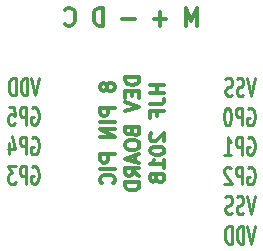
<source format=gbr>
G04 #@! TF.GenerationSoftware,KiCad,Pcbnew,(5.0.0)*
G04 #@! TF.CreationDate,2018-10-21T00:31:12-03:00*
G04 #@! TF.ProjectId,picdev8pin,7069636465763870696E2E6B69636164,rev?*
G04 #@! TF.SameCoordinates,Original*
G04 #@! TF.FileFunction,Legend,Bot*
G04 #@! TF.FilePolarity,Positive*
%FSLAX46Y46*%
G04 Gerber Fmt 4.6, Leading zero omitted, Abs format (unit mm)*
G04 Created by KiCad (PCBNEW (5.0.0)) date 10/21/18 00:31:12*
%MOMM*%
%LPD*%
G01*
G04 APERTURE LIST*
%ADD10C,0.300000*%
%ADD11C,0.250000*%
G04 APERTURE END LIST*
D10*
X106493571Y-34836571D02*
X106493571Y-33336571D01*
X106043571Y-34408000D01*
X105593571Y-33336571D01*
X105593571Y-34836571D01*
X103922142Y-34265142D02*
X102893571Y-34265142D01*
X103407857Y-34836571D02*
X103407857Y-33693714D01*
X101222142Y-34265142D02*
X100193571Y-34265142D01*
X98522142Y-34836571D02*
X98522142Y-33336571D01*
X98200714Y-33336571D01*
X98007857Y-33408000D01*
X97879285Y-33550857D01*
X97815000Y-33693714D01*
X97750714Y-33979428D01*
X97750714Y-34193714D01*
X97815000Y-34479428D01*
X97879285Y-34622285D01*
X98007857Y-34765142D01*
X98200714Y-34836571D01*
X98522142Y-34836571D01*
X95372142Y-34693714D02*
X95436428Y-34765142D01*
X95629285Y-34836571D01*
X95757857Y-34836571D01*
X95950714Y-34765142D01*
X96079285Y-34622285D01*
X96143571Y-34479428D01*
X96207857Y-34193714D01*
X96207857Y-33979428D01*
X96143571Y-33693714D01*
X96079285Y-33550857D01*
X95950714Y-33408000D01*
X95757857Y-33336571D01*
X95629285Y-33336571D01*
X95436428Y-33408000D01*
X95372142Y-33479428D01*
D11*
X93154333Y-39243571D02*
X92821000Y-40743571D01*
X92487666Y-39243571D01*
X92154333Y-40743571D02*
X92154333Y-39243571D01*
X91916238Y-39243571D01*
X91773380Y-39315000D01*
X91678142Y-39457857D01*
X91630523Y-39600714D01*
X91582904Y-39886428D01*
X91582904Y-40100714D01*
X91630523Y-40386428D01*
X91678142Y-40529285D01*
X91773380Y-40672142D01*
X91916238Y-40743571D01*
X92154333Y-40743571D01*
X91154333Y-40743571D02*
X91154333Y-39243571D01*
X90916238Y-39243571D01*
X90773380Y-39315000D01*
X90678142Y-39457857D01*
X90630523Y-39600714D01*
X90582904Y-39886428D01*
X90582904Y-40100714D01*
X90630523Y-40386428D01*
X90678142Y-40529285D01*
X90773380Y-40672142D01*
X90916238Y-40743571D01*
X91154333Y-40743571D01*
X92535285Y-41815000D02*
X92630523Y-41743571D01*
X92773380Y-41743571D01*
X92916238Y-41815000D01*
X93011476Y-41957857D01*
X93059095Y-42100714D01*
X93106714Y-42386428D01*
X93106714Y-42600714D01*
X93059095Y-42886428D01*
X93011476Y-43029285D01*
X92916238Y-43172142D01*
X92773380Y-43243571D01*
X92678142Y-43243571D01*
X92535285Y-43172142D01*
X92487666Y-43100714D01*
X92487666Y-42600714D01*
X92678142Y-42600714D01*
X92059095Y-43243571D02*
X92059095Y-41743571D01*
X91678142Y-41743571D01*
X91582904Y-41815000D01*
X91535285Y-41886428D01*
X91487666Y-42029285D01*
X91487666Y-42243571D01*
X91535285Y-42386428D01*
X91582904Y-42457857D01*
X91678142Y-42529285D01*
X92059095Y-42529285D01*
X90582904Y-41743571D02*
X91059095Y-41743571D01*
X91106714Y-42457857D01*
X91059095Y-42386428D01*
X90963857Y-42315000D01*
X90725761Y-42315000D01*
X90630523Y-42386428D01*
X90582904Y-42457857D01*
X90535285Y-42600714D01*
X90535285Y-42957857D01*
X90582904Y-43100714D01*
X90630523Y-43172142D01*
X90725761Y-43243571D01*
X90963857Y-43243571D01*
X91059095Y-43172142D01*
X91106714Y-43100714D01*
X92535285Y-44315000D02*
X92630523Y-44243571D01*
X92773380Y-44243571D01*
X92916238Y-44315000D01*
X93011476Y-44457857D01*
X93059095Y-44600714D01*
X93106714Y-44886428D01*
X93106714Y-45100714D01*
X93059095Y-45386428D01*
X93011476Y-45529285D01*
X92916238Y-45672142D01*
X92773380Y-45743571D01*
X92678142Y-45743571D01*
X92535285Y-45672142D01*
X92487666Y-45600714D01*
X92487666Y-45100714D01*
X92678142Y-45100714D01*
X92059095Y-45743571D02*
X92059095Y-44243571D01*
X91678142Y-44243571D01*
X91582904Y-44315000D01*
X91535285Y-44386428D01*
X91487666Y-44529285D01*
X91487666Y-44743571D01*
X91535285Y-44886428D01*
X91582904Y-44957857D01*
X91678142Y-45029285D01*
X92059095Y-45029285D01*
X90630523Y-44743571D02*
X90630523Y-45743571D01*
X90868619Y-44172142D02*
X91106714Y-45243571D01*
X90487666Y-45243571D01*
X92535285Y-46815000D02*
X92630523Y-46743571D01*
X92773380Y-46743571D01*
X92916238Y-46815000D01*
X93011476Y-46957857D01*
X93059095Y-47100714D01*
X93106714Y-47386428D01*
X93106714Y-47600714D01*
X93059095Y-47886428D01*
X93011476Y-48029285D01*
X92916238Y-48172142D01*
X92773380Y-48243571D01*
X92678142Y-48243571D01*
X92535285Y-48172142D01*
X92487666Y-48100714D01*
X92487666Y-47600714D01*
X92678142Y-47600714D01*
X92059095Y-48243571D02*
X92059095Y-46743571D01*
X91678142Y-46743571D01*
X91582904Y-46815000D01*
X91535285Y-46886428D01*
X91487666Y-47029285D01*
X91487666Y-47243571D01*
X91535285Y-47386428D01*
X91582904Y-47457857D01*
X91678142Y-47529285D01*
X92059095Y-47529285D01*
X91154333Y-46743571D02*
X90535285Y-46743571D01*
X90868619Y-47315000D01*
X90725761Y-47315000D01*
X90630523Y-47386428D01*
X90582904Y-47457857D01*
X90535285Y-47600714D01*
X90535285Y-47957857D01*
X90582904Y-48100714D01*
X90630523Y-48172142D01*
X90725761Y-48243571D01*
X91011476Y-48243571D01*
X91106714Y-48172142D01*
X91154333Y-48100714D01*
X111394714Y-39283571D02*
X111061380Y-40783571D01*
X110728047Y-39283571D01*
X110442333Y-40712142D02*
X110299476Y-40783571D01*
X110061380Y-40783571D01*
X109966142Y-40712142D01*
X109918523Y-40640714D01*
X109870904Y-40497857D01*
X109870904Y-40355000D01*
X109918523Y-40212142D01*
X109966142Y-40140714D01*
X110061380Y-40069285D01*
X110251857Y-39997857D01*
X110347095Y-39926428D01*
X110394714Y-39855000D01*
X110442333Y-39712142D01*
X110442333Y-39569285D01*
X110394714Y-39426428D01*
X110347095Y-39355000D01*
X110251857Y-39283571D01*
X110013761Y-39283571D01*
X109870904Y-39355000D01*
X109489952Y-40712142D02*
X109347095Y-40783571D01*
X109109000Y-40783571D01*
X109013761Y-40712142D01*
X108966142Y-40640714D01*
X108918523Y-40497857D01*
X108918523Y-40355000D01*
X108966142Y-40212142D01*
X109013761Y-40140714D01*
X109109000Y-40069285D01*
X109299476Y-39997857D01*
X109394714Y-39926428D01*
X109442333Y-39855000D01*
X109489952Y-39712142D01*
X109489952Y-39569285D01*
X109442333Y-39426428D01*
X109394714Y-39355000D01*
X109299476Y-39283571D01*
X109061380Y-39283571D01*
X108918523Y-39355000D01*
X110823285Y-41855000D02*
X110918523Y-41783571D01*
X111061380Y-41783571D01*
X111204238Y-41855000D01*
X111299476Y-41997857D01*
X111347095Y-42140714D01*
X111394714Y-42426428D01*
X111394714Y-42640714D01*
X111347095Y-42926428D01*
X111299476Y-43069285D01*
X111204238Y-43212142D01*
X111061380Y-43283571D01*
X110966142Y-43283571D01*
X110823285Y-43212142D01*
X110775666Y-43140714D01*
X110775666Y-42640714D01*
X110966142Y-42640714D01*
X110347095Y-43283571D02*
X110347095Y-41783571D01*
X109966142Y-41783571D01*
X109870904Y-41855000D01*
X109823285Y-41926428D01*
X109775666Y-42069285D01*
X109775666Y-42283571D01*
X109823285Y-42426428D01*
X109870904Y-42497857D01*
X109966142Y-42569285D01*
X110347095Y-42569285D01*
X109156619Y-41783571D02*
X109061380Y-41783571D01*
X108966142Y-41855000D01*
X108918523Y-41926428D01*
X108870904Y-42069285D01*
X108823285Y-42355000D01*
X108823285Y-42712142D01*
X108870904Y-42997857D01*
X108918523Y-43140714D01*
X108966142Y-43212142D01*
X109061380Y-43283571D01*
X109156619Y-43283571D01*
X109251857Y-43212142D01*
X109299476Y-43140714D01*
X109347095Y-42997857D01*
X109394714Y-42712142D01*
X109394714Y-42355000D01*
X109347095Y-42069285D01*
X109299476Y-41926428D01*
X109251857Y-41855000D01*
X109156619Y-41783571D01*
X110823285Y-44355000D02*
X110918523Y-44283571D01*
X111061380Y-44283571D01*
X111204238Y-44355000D01*
X111299476Y-44497857D01*
X111347095Y-44640714D01*
X111394714Y-44926428D01*
X111394714Y-45140714D01*
X111347095Y-45426428D01*
X111299476Y-45569285D01*
X111204238Y-45712142D01*
X111061380Y-45783571D01*
X110966142Y-45783571D01*
X110823285Y-45712142D01*
X110775666Y-45640714D01*
X110775666Y-45140714D01*
X110966142Y-45140714D01*
X110347095Y-45783571D02*
X110347095Y-44283571D01*
X109966142Y-44283571D01*
X109870904Y-44355000D01*
X109823285Y-44426428D01*
X109775666Y-44569285D01*
X109775666Y-44783571D01*
X109823285Y-44926428D01*
X109870904Y-44997857D01*
X109966142Y-45069285D01*
X110347095Y-45069285D01*
X108823285Y-45783571D02*
X109394714Y-45783571D01*
X109109000Y-45783571D02*
X109109000Y-44283571D01*
X109204238Y-44497857D01*
X109299476Y-44640714D01*
X109394714Y-44712142D01*
X110823285Y-46855000D02*
X110918523Y-46783571D01*
X111061380Y-46783571D01*
X111204238Y-46855000D01*
X111299476Y-46997857D01*
X111347095Y-47140714D01*
X111394714Y-47426428D01*
X111394714Y-47640714D01*
X111347095Y-47926428D01*
X111299476Y-48069285D01*
X111204238Y-48212142D01*
X111061380Y-48283571D01*
X110966142Y-48283571D01*
X110823285Y-48212142D01*
X110775666Y-48140714D01*
X110775666Y-47640714D01*
X110966142Y-47640714D01*
X110347095Y-48283571D02*
X110347095Y-46783571D01*
X109966142Y-46783571D01*
X109870904Y-46855000D01*
X109823285Y-46926428D01*
X109775666Y-47069285D01*
X109775666Y-47283571D01*
X109823285Y-47426428D01*
X109870904Y-47497857D01*
X109966142Y-47569285D01*
X110347095Y-47569285D01*
X109394714Y-46926428D02*
X109347095Y-46855000D01*
X109251857Y-46783571D01*
X109013761Y-46783571D01*
X108918523Y-46855000D01*
X108870904Y-46926428D01*
X108823285Y-47069285D01*
X108823285Y-47212142D01*
X108870904Y-47426428D01*
X109442333Y-48283571D01*
X108823285Y-48283571D01*
X111394714Y-49283571D02*
X111061380Y-50783571D01*
X110728047Y-49283571D01*
X110442333Y-50712142D02*
X110299476Y-50783571D01*
X110061380Y-50783571D01*
X109966142Y-50712142D01*
X109918523Y-50640714D01*
X109870904Y-50497857D01*
X109870904Y-50355000D01*
X109918523Y-50212142D01*
X109966142Y-50140714D01*
X110061380Y-50069285D01*
X110251857Y-49997857D01*
X110347095Y-49926428D01*
X110394714Y-49855000D01*
X110442333Y-49712142D01*
X110442333Y-49569285D01*
X110394714Y-49426428D01*
X110347095Y-49355000D01*
X110251857Y-49283571D01*
X110013761Y-49283571D01*
X109870904Y-49355000D01*
X109489952Y-50712142D02*
X109347095Y-50783571D01*
X109109000Y-50783571D01*
X109013761Y-50712142D01*
X108966142Y-50640714D01*
X108918523Y-50497857D01*
X108918523Y-50355000D01*
X108966142Y-50212142D01*
X109013761Y-50140714D01*
X109109000Y-50069285D01*
X109299476Y-49997857D01*
X109394714Y-49926428D01*
X109442333Y-49855000D01*
X109489952Y-49712142D01*
X109489952Y-49569285D01*
X109442333Y-49426428D01*
X109394714Y-49355000D01*
X109299476Y-49283571D01*
X109061380Y-49283571D01*
X108918523Y-49355000D01*
X111442333Y-51783571D02*
X111109000Y-53283571D01*
X110775666Y-51783571D01*
X110442333Y-53283571D02*
X110442333Y-51783571D01*
X110204238Y-51783571D01*
X110061380Y-51855000D01*
X109966142Y-51997857D01*
X109918523Y-52140714D01*
X109870904Y-52426428D01*
X109870904Y-52640714D01*
X109918523Y-52926428D01*
X109966142Y-53069285D01*
X110061380Y-53212142D01*
X110204238Y-53283571D01*
X110442333Y-53283571D01*
X109442333Y-53283571D02*
X109442333Y-51783571D01*
X109204238Y-51783571D01*
X109061380Y-51855000D01*
X108966142Y-51997857D01*
X108918523Y-52140714D01*
X108870904Y-52426428D01*
X108870904Y-52640714D01*
X108918523Y-52926428D01*
X108966142Y-53069285D01*
X109061380Y-53212142D01*
X109204238Y-53283571D01*
X109442333Y-53283571D01*
D10*
X98849142Y-39913428D02*
X98792000Y-39799142D01*
X98734857Y-39742000D01*
X98620571Y-39684857D01*
X98563428Y-39684857D01*
X98449142Y-39742000D01*
X98392000Y-39799142D01*
X98334857Y-39913428D01*
X98334857Y-40142000D01*
X98392000Y-40256285D01*
X98449142Y-40313428D01*
X98563428Y-40370571D01*
X98620571Y-40370571D01*
X98734857Y-40313428D01*
X98792000Y-40256285D01*
X98849142Y-40142000D01*
X98849142Y-39913428D01*
X98906285Y-39799142D01*
X98963428Y-39742000D01*
X99077714Y-39684857D01*
X99306285Y-39684857D01*
X99420571Y-39742000D01*
X99477714Y-39799142D01*
X99534857Y-39913428D01*
X99534857Y-40142000D01*
X99477714Y-40256285D01*
X99420571Y-40313428D01*
X99306285Y-40370571D01*
X99077714Y-40370571D01*
X98963428Y-40313428D01*
X98906285Y-40256285D01*
X98849142Y-40142000D01*
X99534857Y-41799142D02*
X98334857Y-41799142D01*
X98334857Y-42256285D01*
X98392000Y-42370571D01*
X98449142Y-42427714D01*
X98563428Y-42484857D01*
X98734857Y-42484857D01*
X98849142Y-42427714D01*
X98906285Y-42370571D01*
X98963428Y-42256285D01*
X98963428Y-41799142D01*
X99534857Y-42999142D02*
X98334857Y-42999142D01*
X99534857Y-43570571D02*
X98334857Y-43570571D01*
X99534857Y-44256285D01*
X98334857Y-44256285D01*
X99534857Y-45742000D02*
X98334857Y-45742000D01*
X98334857Y-46199142D01*
X98392000Y-46313428D01*
X98449142Y-46370571D01*
X98563428Y-46427714D01*
X98734857Y-46427714D01*
X98849142Y-46370571D01*
X98906285Y-46313428D01*
X98963428Y-46199142D01*
X98963428Y-45742000D01*
X99534857Y-46942000D02*
X98334857Y-46942000D01*
X99420571Y-48199142D02*
X99477714Y-48142000D01*
X99534857Y-47970571D01*
X99534857Y-47856285D01*
X99477714Y-47684857D01*
X99363428Y-47570571D01*
X99249142Y-47513428D01*
X99020571Y-47456285D01*
X98849142Y-47456285D01*
X98620571Y-47513428D01*
X98506285Y-47570571D01*
X98392000Y-47684857D01*
X98334857Y-47856285D01*
X98334857Y-47970571D01*
X98392000Y-48142000D01*
X98449142Y-48199142D01*
X101634857Y-39170571D02*
X100434857Y-39170571D01*
X100434857Y-39456285D01*
X100492000Y-39627714D01*
X100606285Y-39742000D01*
X100720571Y-39799142D01*
X100949142Y-39856285D01*
X101120571Y-39856285D01*
X101349142Y-39799142D01*
X101463428Y-39742000D01*
X101577714Y-39627714D01*
X101634857Y-39456285D01*
X101634857Y-39170571D01*
X101006285Y-40370571D02*
X101006285Y-40770571D01*
X101634857Y-40942000D02*
X101634857Y-40370571D01*
X100434857Y-40370571D01*
X100434857Y-40942000D01*
X100434857Y-41284857D02*
X101634857Y-41684857D01*
X100434857Y-42084857D01*
X101006285Y-43799142D02*
X101063428Y-43970571D01*
X101120571Y-44027714D01*
X101234857Y-44084857D01*
X101406285Y-44084857D01*
X101520571Y-44027714D01*
X101577714Y-43970571D01*
X101634857Y-43856285D01*
X101634857Y-43399142D01*
X100434857Y-43399142D01*
X100434857Y-43799142D01*
X100492000Y-43913428D01*
X100549142Y-43970571D01*
X100663428Y-44027714D01*
X100777714Y-44027714D01*
X100892000Y-43970571D01*
X100949142Y-43913428D01*
X101006285Y-43799142D01*
X101006285Y-43399142D01*
X100434857Y-44827714D02*
X100434857Y-45056285D01*
X100492000Y-45170571D01*
X100606285Y-45284857D01*
X100834857Y-45342000D01*
X101234857Y-45342000D01*
X101463428Y-45284857D01*
X101577714Y-45170571D01*
X101634857Y-45056285D01*
X101634857Y-44827714D01*
X101577714Y-44713428D01*
X101463428Y-44599142D01*
X101234857Y-44542000D01*
X100834857Y-44542000D01*
X100606285Y-44599142D01*
X100492000Y-44713428D01*
X100434857Y-44827714D01*
X101292000Y-45799142D02*
X101292000Y-46370571D01*
X101634857Y-45684857D02*
X100434857Y-46084857D01*
X101634857Y-46484857D01*
X101634857Y-47570571D02*
X101063428Y-47170571D01*
X101634857Y-46884857D02*
X100434857Y-46884857D01*
X100434857Y-47342000D01*
X100492000Y-47456285D01*
X100549142Y-47513428D01*
X100663428Y-47570571D01*
X100834857Y-47570571D01*
X100949142Y-47513428D01*
X101006285Y-47456285D01*
X101063428Y-47342000D01*
X101063428Y-46884857D01*
X101634857Y-48084857D02*
X100434857Y-48084857D01*
X100434857Y-48370571D01*
X100492000Y-48542000D01*
X100606285Y-48656285D01*
X100720571Y-48713428D01*
X100949142Y-48770571D01*
X101120571Y-48770571D01*
X101349142Y-48713428D01*
X101463428Y-48656285D01*
X101577714Y-48542000D01*
X101634857Y-48370571D01*
X101634857Y-48084857D01*
X103734857Y-39884857D02*
X102534857Y-39884857D01*
X103106285Y-39884857D02*
X103106285Y-40570571D01*
X103734857Y-40570571D02*
X102534857Y-40570571D01*
X102534857Y-41484857D02*
X103392000Y-41484857D01*
X103563428Y-41427714D01*
X103677714Y-41313428D01*
X103734857Y-41142000D01*
X103734857Y-41027714D01*
X103106285Y-42456285D02*
X103106285Y-42056285D01*
X103734857Y-42056285D02*
X102534857Y-42056285D01*
X102534857Y-42627714D01*
X102649142Y-43942000D02*
X102592000Y-43999142D01*
X102534857Y-44113428D01*
X102534857Y-44399142D01*
X102592000Y-44513428D01*
X102649142Y-44570571D01*
X102763428Y-44627714D01*
X102877714Y-44627714D01*
X103049142Y-44570571D01*
X103734857Y-43884857D01*
X103734857Y-44627714D01*
X102534857Y-45370571D02*
X102534857Y-45484857D01*
X102592000Y-45599142D01*
X102649142Y-45656285D01*
X102763428Y-45713428D01*
X102992000Y-45770571D01*
X103277714Y-45770571D01*
X103506285Y-45713428D01*
X103620571Y-45656285D01*
X103677714Y-45599142D01*
X103734857Y-45484857D01*
X103734857Y-45370571D01*
X103677714Y-45256285D01*
X103620571Y-45199142D01*
X103506285Y-45142000D01*
X103277714Y-45084857D01*
X102992000Y-45084857D01*
X102763428Y-45142000D01*
X102649142Y-45199142D01*
X102592000Y-45256285D01*
X102534857Y-45370571D01*
X103734857Y-46913428D02*
X103734857Y-46227714D01*
X103734857Y-46570571D02*
X102534857Y-46570571D01*
X102706285Y-46456285D01*
X102820571Y-46342000D01*
X102877714Y-46227714D01*
X103049142Y-47599142D02*
X102992000Y-47484857D01*
X102934857Y-47427714D01*
X102820571Y-47370571D01*
X102763428Y-47370571D01*
X102649142Y-47427714D01*
X102592000Y-47484857D01*
X102534857Y-47599142D01*
X102534857Y-47827714D01*
X102592000Y-47942000D01*
X102649142Y-47999142D01*
X102763428Y-48056285D01*
X102820571Y-48056285D01*
X102934857Y-47999142D01*
X102992000Y-47942000D01*
X103049142Y-47827714D01*
X103049142Y-47599142D01*
X103106285Y-47484857D01*
X103163428Y-47427714D01*
X103277714Y-47370571D01*
X103506285Y-47370571D01*
X103620571Y-47427714D01*
X103677714Y-47484857D01*
X103734857Y-47599142D01*
X103734857Y-47827714D01*
X103677714Y-47942000D01*
X103620571Y-47999142D01*
X103506285Y-48056285D01*
X103277714Y-48056285D01*
X103163428Y-47999142D01*
X103106285Y-47942000D01*
X103049142Y-47827714D01*
M02*

</source>
